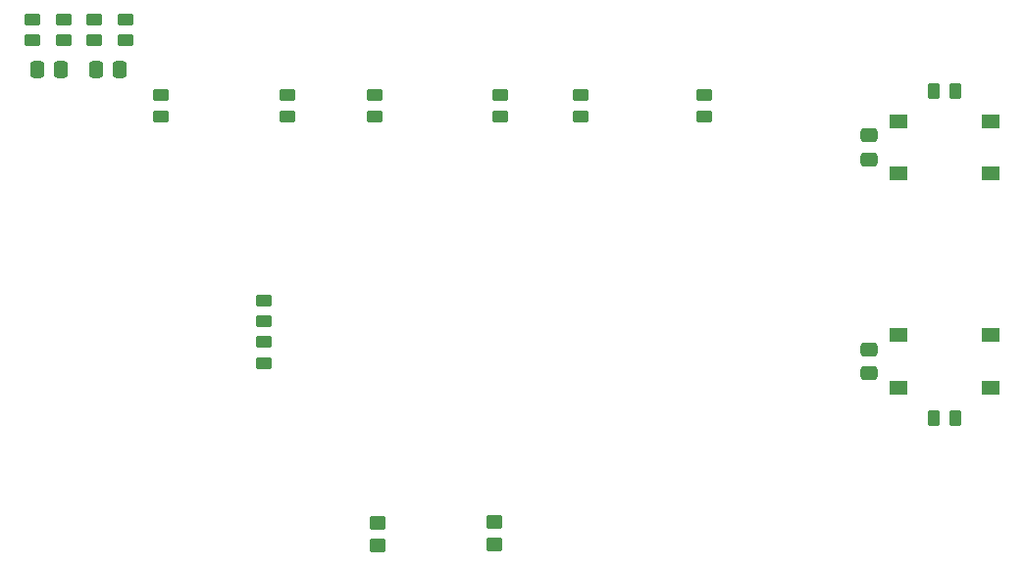
<source format=gbr>
%TF.GenerationSoftware,KiCad,Pcbnew,8.0.5*%
%TF.CreationDate,2024-10-31T00:03:13+01:00*%
%TF.ProjectId,HotPlate_Soldering,486f7450-6c61-4746-955f-536f6c646572,rev?*%
%TF.SameCoordinates,Original*%
%TF.FileFunction,Paste,Top*%
%TF.FilePolarity,Positive*%
%FSLAX46Y46*%
G04 Gerber Fmt 4.6, Leading zero omitted, Abs format (unit mm)*
G04 Created by KiCad (PCBNEW 8.0.5) date 2024-10-31 00:03:13*
%MOMM*%
%LPD*%
G01*
G04 APERTURE LIST*
G04 Aperture macros list*
%AMRoundRect*
0 Rectangle with rounded corners*
0 $1 Rounding radius*
0 $2 $3 $4 $5 $6 $7 $8 $9 X,Y pos of 4 corners*
0 Add a 4 corners polygon primitive as box body*
4,1,4,$2,$3,$4,$5,$6,$7,$8,$9,$2,$3,0*
0 Add four circle primitives for the rounded corners*
1,1,$1+$1,$2,$3*
1,1,$1+$1,$4,$5*
1,1,$1+$1,$6,$7*
1,1,$1+$1,$8,$9*
0 Add four rect primitives between the rounded corners*
20,1,$1+$1,$2,$3,$4,$5,0*
20,1,$1+$1,$4,$5,$6,$7,0*
20,1,$1+$1,$6,$7,$8,$9,0*
20,1,$1+$1,$8,$9,$2,$3,0*%
G04 Aperture macros list end*
%ADD10RoundRect,0.250000X-0.450000X0.262500X-0.450000X-0.262500X0.450000X-0.262500X0.450000X0.262500X0*%
%ADD11RoundRect,0.250000X0.450000X-0.262500X0.450000X0.262500X-0.450000X0.262500X-0.450000X-0.262500X0*%
%ADD12RoundRect,0.250000X0.337500X0.475000X-0.337500X0.475000X-0.337500X-0.475000X0.337500X-0.475000X0*%
%ADD13RoundRect,0.250000X-0.262500X-0.450000X0.262500X-0.450000X0.262500X0.450000X-0.262500X0.450000X0*%
%ADD14RoundRect,0.250000X0.475000X-0.337500X0.475000X0.337500X-0.475000X0.337500X-0.475000X-0.337500X0*%
%ADD15RoundRect,0.250000X-0.337500X-0.475000X0.337500X-0.475000X0.337500X0.475000X-0.337500X0.475000X0*%
%ADD16RoundRect,0.250000X0.450000X-0.350000X0.450000X0.350000X-0.450000X0.350000X-0.450000X-0.350000X0*%
%ADD17R,1.550000X1.300000*%
G04 APERTURE END LIST*
D10*
%TO.C,R3*%
X101675000Y-117137500D03*
X101675000Y-118962500D03*
%TD*%
D11*
%TO.C,R2*%
X101700000Y-120737500D03*
X101700000Y-122562500D03*
%TD*%
D12*
%TO.C,C6*%
X87187500Y-97200000D03*
X89262500Y-97200000D03*
%TD*%
D13*
%TO.C,R17*%
X161350000Y-127300000D03*
X159525000Y-127300000D03*
%TD*%
D14*
%TO.C,C2*%
X153937500Y-121362500D03*
X153937500Y-123437500D03*
%TD*%
D15*
%TO.C,C1*%
X84187500Y-97175000D03*
X82112500Y-97175000D03*
%TD*%
D11*
%TO.C,R9*%
X122050000Y-99387500D03*
X122050000Y-101212500D03*
%TD*%
D10*
%TO.C,R6*%
X92775000Y-101237500D03*
X92775000Y-99412500D03*
%TD*%
D11*
%TO.C,R13*%
X139695000Y-99417500D03*
X139695000Y-101242500D03*
%TD*%
D16*
%TO.C,R19*%
X111501191Y-136349187D03*
X111501191Y-138349187D03*
%TD*%
D13*
%TO.C,R21*%
X161362500Y-99025000D03*
X159537500Y-99025000D03*
%TD*%
D17*
%TO.C,SW1*%
X164455000Y-106175000D03*
X156495000Y-106175000D03*
X164455000Y-101675000D03*
X156495000Y-101675000D03*
%TD*%
D16*
%TO.C,R20*%
X121551191Y-138274187D03*
X121551191Y-136274187D03*
%TD*%
D10*
%TO.C,R5*%
X81716668Y-94687500D03*
X81716668Y-92862500D03*
%TD*%
%TO.C,R8*%
X111275000Y-101237500D03*
X111275000Y-99412500D03*
%TD*%
D17*
%TO.C,SW3*%
X164417500Y-124675000D03*
X156457500Y-124675000D03*
X164417500Y-120175000D03*
X156457500Y-120175000D03*
%TD*%
D10*
%TO.C,R11*%
X128995000Y-101242500D03*
X128995000Y-99417500D03*
%TD*%
%TO.C,R4*%
X87050000Y-94687500D03*
X87050000Y-92862500D03*
%TD*%
D11*
%TO.C,R15*%
X89716668Y-92862500D03*
X89716668Y-94687500D03*
%TD*%
D14*
%TO.C,C7*%
X153900000Y-102887500D03*
X153900000Y-104962500D03*
%TD*%
D11*
%TO.C,R7*%
X103750000Y-99412500D03*
X103750000Y-101237500D03*
%TD*%
%TO.C,R16*%
X84383334Y-92862500D03*
X84383334Y-94687500D03*
%TD*%
M02*

</source>
